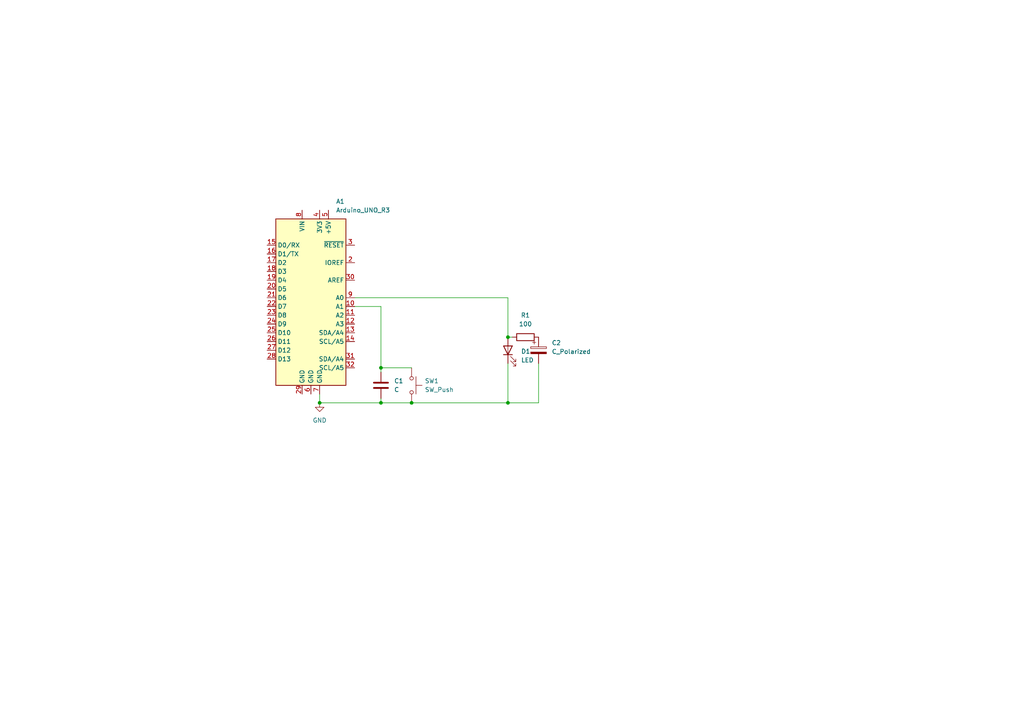
<source format=kicad_sch>
(kicad_sch (version 20231120) (generator "eeschema") (generator_version "8.0")
  (paper "A4")
  (lib_symbols
    (symbol "Device:C" (pin_numbers hide) (pin_names (offset 0.254))
      (property "Reference" "C" (at 0.635 2.54 0))
      (property "Value" "C" (at 0.635 -2.54 0))
      (symbol "C_0_1"
        (polyline (pts (xy -2.032 -0.762) (xy 2.032 -0.762)) (stroke (width 0.508)))
        (polyline (pts (xy -2.032 0.762) (xy 2.032 0.762)) (stroke (width 0.508)))
      )
      (symbol "C_1_1"
        (pin passive line (at 0 3.81 270) (length 2.794) (name "~") (number "1"))
        (pin passive line (at 0 -3.81 90) (length 2.794) (name "~") (number "2"))
      )
    )
    (symbol "Device:C_Polarized" (pin_numbers hide) (pin_names (offset 0.254))
      (property "Reference" "C" (at 0.635 2.54 0))
      (property "Value" "C_Polarized" (at 0.635 -2.54 0))
      (symbol "C_Polarized_0_1"
        (rectangle (start -2.286 0.508) (end 2.286 1.016))
        (polyline (pts (xy -1.778 2.286) (xy -0.762 2.286)))
        (polyline (pts (xy -1.27 2.794) (xy -1.27 1.778)))
        (rectangle (start 2.286 -0.508) (end -2.286 -1.016) (fill (type outline)))
      )
      (symbol "C_Polarized_1_1"
        (pin passive line (at 0 3.81 270) (length 2.794) (name "~") (number "1"))
        (pin passive line (at 0 -3.81 90) (length 2.794) (name "~") (number "2"))
      )
    )
    (symbol "Device:LED" (pin_numbers hide) (pin_names (offset 1.016) hide)
      (property "Reference" "D" (at 0 2.54 0))
      (property "Value" "LED" (at 0 -2.54 0))
      (symbol "LED_0_1"
        (polyline (pts (xy -1.27 -1.27) (xy -1.27 1.27)) (stroke (width 0.254)))
        (polyline (pts (xy -1.27 0) (xy 1.27 0)))
        (polyline (pts (xy 1.27 -1.27) (xy 1.27 1.27) (xy -1.27 0) (xy 1.27 -1.27)) (stroke (width 0.254)))
        (polyline (pts (xy -3.048 -0.762) (xy -4.572 -2.286) (xy -3.81 -2.286) (xy -4.572 -2.286) (xy -4.572 -1.524)))
        (polyline (pts (xy -1.778 -0.762) (xy -3.302 -2.286) (xy -2.54 -2.286) (xy -3.302 -2.286) (xy -3.302 -1.524)))
      )
      (symbol "LED_1_1"
        (pin passive line (at -3.81 0 0) (length 2.54) (name "K") (number "1"))
        (pin passive line (at 3.81 0 180) (length 2.54) (name "A") (number "2"))
      )
    )
    (symbol "Device:R" (pin_numbers hide) (pin_names (offset 0))
      (property "Reference" "R" (at 2.032 0 90))
      (property "Value" "R" (at 0 0 90))
      (symbol "R_0_1"
        (rectangle (start -1.016 -2.54) (end 1.016 2.54) (stroke (width 0.254)))
      )
      (symbol "R_1_1"
        (pin passive line (at 0 3.81 270) (length 1.27) (name "~") (number "1"))
        (pin passive line (at 0 -3.81 90) (length 1.27) (name "~") (number "2"))
      )
    )
    (symbol "MCU_Module:Arduino_UNO_R3"
      (property "Reference" "A" (at -10.16 23.495 0))
      (property "Value" "Arduino_UNO_R3" (at 5.08 -26.67 0))
      (symbol "Arduino_UNO_R3_0_1"
        (rectangle (start -10.16 22.86) (end 10.16 -25.4) (stroke (width 0.254)) (fill (type background)))
      )
      (symbol "Arduino_UNO_R3_1_1"
        (pin no_connect line (at -10.16 -20.32 0) (length 2.54) hide (name "NC") (number "1"))
        (pin bidirectional line (at 12.7 -2.54 180) (length 2.54) (name "A1") (number "10"))
        (pin bidirectional line (at 12.7 -5.08 180) (length 2.54) (name "A2") (number "11"))
        (pin bidirectional line (at 12.7 -7.62 180) (length 2.54) (name "A3") (number "12"))
        (pin bidirectional line (at 12.7 -10.16 180) (length 2.54) (name "SDA/A4") (number "13"))
        (pin bidirectional line (at 12.7 -12.7 180) (length 2.54) (name "SCL/A5") (number "14"))
        (pin bidirectional line (at -12.7 15.24 0) (length 2.54) (name "D0/RX") (number "15"))
        (pin bidirectional line (at -12.7 12.7 0) (length 2.54) (name "D1/TX") (number "16"))
        (pin bidirectional line (at -12.7 10.16 0) (length 2.54) (name "D2") (number "17"))
        (pin bidirectional line (at -12.7 7.62 0) (length 2.54) (name "D3") (number "18"))
        (pin bidirectional line (at -12.7 5.08 0) (length 2.54) (name "D4") (number "19"))
        (pin output line (at 12.7 10.16 180) (length 2.54) (name "IOREF") (number "2"))
        (pin bidirectional line (at -12.7 2.54 0) (length 2.54) (name "D5") (number "20"))
        (pin bidirectional line (at -12.7 0 0) (length 2.54) (name "D6") (number "21"))
        (pin bidirectional line (at -12.7 -2.54 0) (length 2.54) (name "D7") (number "22"))
        (pin bidirectional line (at -12.7 -5.08 0) (length 2.54) (name "D8") (number "23"))
        (pin bidirectional line (at -12.7 -7.62 0) (length 2.54) (name "D9") (number "24"))
        (pin bidirectional line (at -12.7 -10.16 0) (length 2.54) (name "D10") (number "25"))
        (pin bidirectional line (at -12.7 -12.7 0) (length 2.54) (name "D11") (number "26"))
        (pin bidirectional line (at -12.7 -15.24 0) (length 2.54) (name "D12") (number "27"))
        (pin bidirectional line (at -12.7 -17.78 0) (length 2.54) (name "D13") (number "28"))
        (pin power_in line (at -2.54 -27.94 90) (length 2.54) (name "GND") (number "29"))
        (pin input line (at 12.7 15.24 180) (length 2.54) (name "~{RESET}") (number "3"))
        (pin input line (at 12.7 5.08 180) (length 2.54) (name "AREF") (number "30"))
        (pin bidirectional line (at 12.7 -17.78 180) (length 2.54) (name "SDA/A4") (number "31"))
        (pin bidirectional line (at 12.7 -20.32 180) (length 2.54) (name "SCL/A5") (number "32"))
        (pin power_out line (at 2.54 25.4 270) (length 2.54) (name "3V3") (number "4"))
        (pin power_out line (at 5.08 25.4 270) (length 2.54) (name "+5V") (number "5"))
        (pin power_in line (at 0 -27.94 90) (length 2.54) (name "GND") (number "6"))
        (pin power_in line (at 2.54 -27.94 90) (length 2.54) (name "GND") (number "7"))
        (pin power_in line (at -2.54 25.4 270) (length 2.54) (name "VIN") (number "8"))
        (pin bidirectional line (at 12.7 0 180) (length 2.54) (name "A0") (number "9"))
      )
    )
    (symbol "Switch:SW_Push" (pin_numbers hide) (pin_names (offset 1.016) hide)
      (property "Reference" "SW" (at 1.27 2.54 0))
      (property "Value" "SW_Push" (at 0 -1.524 0))
      (symbol "SW_Push_0_1"
        (circle (center -2.032 0) (radius 0.508))
        (polyline (pts (xy 0 1.27) (xy 0 3.048)))
        (polyline (pts (xy 2.54 1.27) (xy -2.54 1.27)))
        (circle (center 2.032 0) (radius 0.508))
        (pin passive line (at -5.08 0 0) (length 2.54) (name "1") (number "1"))
        (pin passive line (at 5.08 0 180) (length 2.54) (name "2") (number "2"))
      )
    )
    (symbol "power:GND" (power) (pin_numbers hide) (pin_names (offset 0) hide)
      (property "Value" "GND" (at 0 -3.81 0))
      (symbol "GND_0_1"
        (polyline (pts (xy 0 0) (xy 0 -1.27) (xy 1.27 -1.27) (xy 0 -2.54) (xy -1.27 -1.27) (xy 0 -1.27)))
      )
      (symbol "GND_1_1"
        (pin power_in line (at 0 0 270) (length 0) (name "~") (number "1"))
      )
    )
  )
  (junction (at 110.49 106.68))
  (junction (at 119.38 116.84))
  (junction (at 92.71 116.84))
  (junction (at 147.32 116.84))
  (junction (at 147.32 97.79))
  (junction (at 110.49 116.84))
  (wire (pts (xy 110.49 106.68) (xy 119.38 106.68)))
  (wire (pts (xy 102.87 88.9) (xy 110.49 88.9)))
  (wire (pts (xy 147.32 105.41) (xy 147.32 116.84)))
  (wire (pts (xy 119.38 116.84) (xy 110.49 116.84)))
  (wire (pts (xy 147.32 86.36) (xy 147.32 97.79)))
  (wire (pts (xy 119.38 116.84) (xy 147.32 116.84)))
  (wire (pts (xy 110.49 106.68) (xy 110.49 107.95)))
  (wire (pts (xy 102.87 86.36) (xy 147.32 86.36)))
  (wire (pts (xy 156.21 116.84) (xy 156.21 105.41)))
  (wire (pts (xy 147.32 97.79) (xy 148.59 97.79)))
  (wire (pts (xy 92.71 114.3) (xy 92.71 116.84)))
  (wire (pts (xy 110.49 116.84) (xy 110.49 115.57)))
  (wire (pts (xy 92.71 116.84) (xy 110.49 116.84)))
  (wire (pts (xy 110.49 88.9) (xy 110.49 106.68)))
  (wire (pts (xy 147.32 116.84) (xy 156.21 116.84)))
  (symbol (lib_id "Device:C_Polarized") (at 156.21 101.6 0) (unit 1)
    (property "Reference" "C2" (at 160.02 99.4409 0) (effects (justify left)))
    (property "Value" "C_Polarized" (at 160.02 101.9809 0) (effects (justify left)))
    (property "Description" "Polarized capacitor" (effects (hide yes)))
  )
  (symbol (lib_id "Device:C") (at 110.49 111.76 0) (unit 1)
    (property "Reference" "C1" (at 114.3 110.4899 0) (effects (justify left)))
    (property "Value" "C" (at 114.3 113.0299 0) (effects (justify left)))
    (property "Description" "Unpolarized capacitor" (effects (hide yes)))
  )
  (symbol (lib_id "Device:LED") (at 147.32 101.6 90) (unit 1)
    (property "Reference" "D1" (at 151.13 101.9174 90) (effects (justify right)))
    (property "Value" "LED" (at 151.13 104.4574 90) (effects (justify right)))
    (property "Description" "Light emitting diode" (effects (hide yes)))
  )
  (symbol (lib_id "MCU_Module:Arduino_UNO_R3") (at 90.17 86.36 0) (unit 1)
    (property "Reference" "A1" (at 97.4441 58.42 0) (effects (justify left)))
    (property "Value" "Arduino_UNO_R3" (at 97.4441 60.96 0) (effects (justify left)))
    (property "Footprint" "Module:Arduino_UNO_R3" (effects (hide yes)))
    (property "Datasheet" "https://www.arduino.cc/en/Main/arduinoBoardUno" (effects (hide yes)))
    (property "Description" "Arduino UNO Microcontroller Module, release 3" (effects (hide yes)))
  )
  (symbol (lib_id "Device:R") (at 152.4 97.79 90) (unit 1)
    (property "Reference" "R1" (at 152.4 91.44 90))
    (property "Value" "100" (at 152.4 93.98 90))
    (property "Description" "Resistor" (effects (hide yes)))
  )
  (symbol (lib_id "Switch:SW_Push") (at 119.38 111.76 270) (unit 1)
    (property "Reference" "SW1" (at 123.19 110.4899 90) (effects (justify left)))
    (property "Value" "SW_Push" (at 123.19 113.0299 90) (effects (justify left)))
    (property "Description" "Push button switch, generic, two pins" (effects (hide yes)))
  )
  (symbol (lib_id "power:GND") (at 92.71 116.84 0) (unit 1)
    (property "Reference" "#PWR1" (effects (hide yes)))
    (property "Value" "GND" (at 92.71 121.92 0))
    (property "Description" "Power symbol creates a global label with name \"GND\" , ground" (effects (hide yes)))
  )
)
</source>
